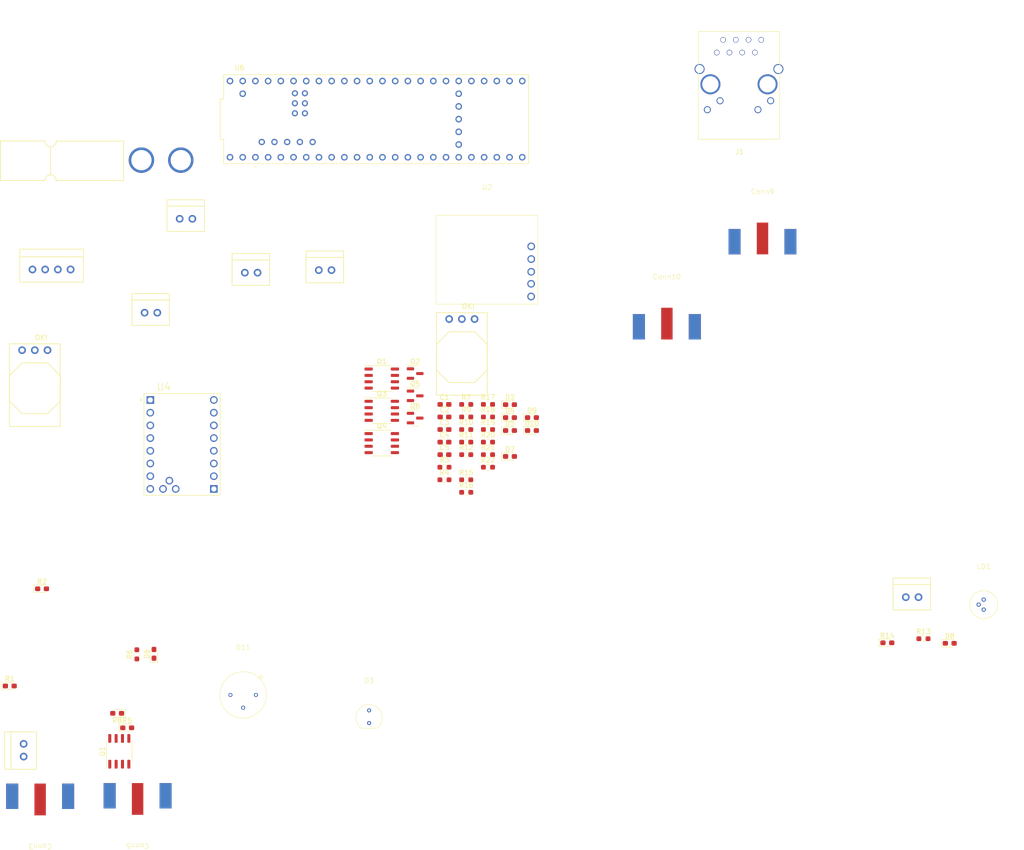
<source format=kicad_pcb>
(kicad_pcb (version 20221018) (generator pcbnew)
  (layers (0 "F.Cu" signal) (31 "B.Cu" signal) (34 "B.Paste" user) (35 "F.Paste" user) (36 "B.SilkS" user "B.Silkscreen") (37 "F.SilkS" user "F.Silkscreen") (38 "B.Mask" user) (39 "F.Mask" user) (44 "Edge.Cuts" user))
  (net 0 "")
  (net 1 "+12V")
  (net 2 "GND")
  (net 3 "+5V")
  (net 4 "Net-(C3-Pad1)")
  (net 5 "+3V3")
  (net 6 "Net-(Conn4-Pad1)")
  (net 7 "Net-(Conn4-Pad2)")
  (net 8 "Net-(Conn4-Pad3)")
  (net 9 "Net-(Conn4-Pad4)")
  (net 10 "Net-(Conn6-Pad1)")
  (net 11 "Net-(U6-A0)")
  (net 12 "Net-(Conn11-Pad1)")
  (net 13 "Net-(Conn12-Pad1)")
  (net 14 "Net-(D3-K)")
  (net 15 "Net-(D2-A)")
  (net 16 "Net-(D4-A)")
  (net 17 "Net-(D5-A)")
  (net 18 "Net-(D6-A)")
  (net 19 "Net-(D7-A)")
  (net 20 "Net-(D8-A)")
  (net 21 "Net-(D9-A)")
  (net 22 "Net-(D10-A)")
  (net 24 "ETH_LED")
  (net 26 "T+")
  (net 27 "T-")
  (net 29 "R+")
  (net 30 "R-")
  (net 31 "Net-(LD1-Pad2)")
  (net 33 "Net-(Q1-G)")
  (net 34 "LAMP_CTRL")
  (net 35 "Net-(Q2-D)")
  (net 36 "Net-(Q3-G)")
  (net 37 "Net-(Q4-G)")
  (net 38 "TIA_CTRL")
  (net 39 "Net-(Q5-D)")
  (net 40 "LD_CTRL")
  (net 41 "Net-(Q6-D)")
  (net 42 "Net-(R1-Pad2)")
  (net 43 "Net-(Conn3-Tip)")
  (net 44 "+7.5V")
  (net 45 "Net-(D11-K)")
  (net 46 "Net-(R5-Pad2)")
  (net 47 "Net-(Conn5-Tip)")
  (net 48 "MS1_CTRL")
  (net 49 "MS2_CTRL")
  (net 62 "BUCK_EN")
  (net 63 "DRIVER_EN")
  (net 64 "STEP")
  (net 65 "DIR")
  (net 68 "Net-(Conn9-Tip)")
  (net 69 "Net-(Conn10-Tip)")
  (footprint "Package_TO_SOT_SMD:SOT-23" (layer "F.Cu") (at 140.5708 96.1982)
    (fp_text reference "Q5" (at 0 -2.4) (layer "F.SilkS"))
    (fp_text value "BSS138")
    (pad "1" smd roundrect (at -0.9375 -0.95) (size 1.475 0.6) (layers "F.Cu" "F.Paste" "F.Mask") (net 38 "TIA_CTRL"))
    (pad "2" smd roundrect (at -0.9375 0.95) (size 1.475 0.6) (layers "F.Cu" "F.Paste" "F.Mask") (net 2 "GND"))
    (pad "3" smd roundrect (at 0.9375 0) (size 1.475 0.6) (layers "F.Cu" "F.Paste" "F.Mask") (net 39 "Net-(Q5-D)"))
  )
  (footprint "MRDT_Connectors:MOLEX_SL_02_Vertical" (layer "F.Cu") (at 93.497775 60.809475)
    (fp_text reference "Conn6" hide)
    (fp_text value "IR_Emitter")
    (pad "1" thru_hole circle (at 0 0) (size 1.524 1.524) (drill 0.9) (layers "*.Cu" "*.Mask") (net 10 "Net-(Conn6-Pad1)"))
    (pad "2" thru_hole circle (at 2.54 0) (size 1.524 1.524) (drill 0.9) (layers "*.Cu" "*.Mask") (net 2 "GND"))
  )
  (footprint "Resistor_SMD:R_0603_1608Metric_Pad0.98x0.95mm_HandSolder" (layer "F.Cu") (at 155.1308 107.9582)
    (fp_text reference "R21" (at 0 -1.43) (layer "F.SilkS"))
    (fp_text value "4.7k")
    (pad "1" smd roundrect (at -0.9125 0) (size 0.975 0.95) (layers "F.Cu" "F.Paste" "F.Mask") (net 38 "TIA_CTRL"))
    (pad "2" smd roundrect (at 0.9125 0) (size 0.975 0.95) (layers "F.Cu" "F.Paste" "F.Mask") (net 2 "GND"))
  )
  (footprint "Package_TO_SOT_SMD:SOT-23" (layer "F.Cu") (at 140.5708 100.6482)
    (fp_text reference "Q6" (at 0 -2.4) (layer "F.SilkS"))
    (fp_text value "BSS138")
    (pad "1" smd roundrect (at -0.9375 -0.95) (size 1.475 0.6) (layers "F.Cu" "F.Paste" "F.Mask") (net 40 "LD_CTRL"))
    (pad "2" smd roundrect (at -0.9375 0.95) (size 1.475 0.6) (layers "F.Cu" "F.Paste" "F.Mask") (net 2 "GND"))
    (pad "3" smd roundrect (at 0.9375 0) (size 1.475 0.6) (layers "F.Cu" "F.Paste" "F.Mask") (net 41 "Net-(Q6-D)"))
  )
  (footprint "Capacitor_SMD:C_0603_1608Metric_Pad1.08x0.95mm_HandSolder" (layer "F.Cu") (at 146.4308 102.9382)
    (fp_text reference "C3" (at 0 -1.43) (layer "F.SilkS"))
    (fp_text value "0.1uF")
    (pad "1" smd roundrect (at -0.8625 0) (size 1.075 0.95) (layers "F.Cu" "F.Paste" "F.Mask") (net 4 "Net-(C3-Pad1)"))
    (pad "2" smd roundrect (at 0.8625 0) (size 1.075 0.95) (layers "F.Cu" "F.Paste" "F.Mask") (net 2 "GND"))
  )
  (footprint "FTIR_Footprints:MODULE_TMC2208_SILENTSTEPSTICK" (layer "F.Cu") (at 93.48 105.918)
    (fp_text reference "U4" (at -3.155 -11.489) (layer "F.SilkS") (effects (font (size 1.4 1.4))))
    (fp_text value "TMC2208_Breakout")
    (pad "CLK" thru_hole circle (at -5.85 -3.81) (size 1.524 1.524) (drill 1.016) (layers "*.Cu" "*.Mask"))
    (pad "DIAG" thru_hole circle (at -2.04 7.239) (size 1.524 1.524) (drill 1.016) (layers "*.Cu" "*.Mask"))
    (pad "DIR" thru_hole rect (at -5.85 -8.89) (size 1.524 1.524) (drill 1.016) (layers "*.Cu" "*.Mask") (net 65 "DIR"))
    (pad "EN" thru_hole circle (at -5.85 8.89) (size 1.524 1.524) (drill 1.016) (layers "*.Cu" "*.Mask") (net 63 "DRIVER_EN"))
    (pad "GND" thru_hole circle (at 6.85 -8.89) (size 1.524 1.524) (drill 1.016) (layers "*.Cu" "*.Mask") (net 2 "GND"))
    (pad "GND" thru_hole circle (at 6.85 6.35) (size 1.524 1.524) (drill 1.016) (layers "*.Cu" "*.Mask") (net 2 "GND"))
    (pad "INDEX" thru_hole circle (at -0.77 8.89) (size 1.524 1.524) (drill 1.016) (layers "*.Cu" "*.Mask"))
    (pad "M1A" thru_hole circle (at 6.85 -1.27) (size 1.524 1.524) (drill 1.016) (layers "*.Cu" "*.Mask") (net 7 "Net-(Conn4-Pad2)"))
    (pad "M1B" thru_hole circle (at 6.85 -3.81) (size 1.524 1.524) (drill 1.016) (layers "*.Cu" "*.Mask") (net 6 "Net-(Conn4-Pad1)"))
    (pad "M2A" thru_hole circle (at 6.85 1.27) (size 1.524 1.524) (drill 1.016) (layers "*.Cu" "*.Mask") (net 8 "Net-(Conn4-Pad3)"))
    (pad "M2B" thru_hole circle (at 6.85 3.81) (size 1.524 1.524) (drill 1.016) (layers "*.Cu" "*.Mask") (net 9 "Net-(Conn4-Pad4)"))
    (pad "MS1" thru_hole circle (at -5.85 6.35) (size 1.524 1.524) (drill 1.016) (layers "*.Cu" "*.Mask") (net 48 "MS1_CTRL"))
    (pad "MS2" thru_hole circle (at -5.85 3.81) (size 1.524 1.524) (drill 1.016) (layers "*.Cu" "*.Mask") (net 49 "MS2_CTRL"))
    (pad "PDN" thru_hole circle (at -5.85 -1.27) (size 1.524 1.524) (drill 1.016) (layers "*.Cu" "*.Mask"))
    (pad "STEP" thru_hole circle (at -5.85 -6.35) (size 1.524 1.524) (drill 1.016) (layers "*.Cu" "*.Mask") (net 64 "STEP"))
    (pad "UART" thru_hole circle (at -5.85 1.27) (size 1.524 1.524) (drill 1.016) (layers "*.Cu" "*.Mask") (net 2 "GND"))
    (pad "VIO" thru_hole circle (at 6.85 -6.35) (size 1.524 1.524) (drill 1.016) (layers "*.Cu" "*.Mask") (net 5 "+3V3"))
    (pad "VM" thru_hole rect (at 6.85 8.89) (size 1.524 1.524) (drill 1.016) (layers "*.Cu" "*.Mask") (net 44 "+7.5V"))
    (pad "VREF" thru_hole circle (at -3.31 8.89) (size 1.524 1.524) (drill 1.016) (layers "*.Cu" "*.Mask"))
  )
  (footprint "MRDT_Connectors:RJ45_Teensy" (layer "F.Cu") (at 205.4336 46.921)
    (fp_text reference "J1" (at 0 0.5) (layer "F.SilkS"))
    (fp_text value "RJ45_LED_Shielded")
    (pad "1" thru_hole circle (at -4.57 -19.35) (size 1.1 1.1) (drill 0.9) (layers "*.Cu" "*.Mask") (net 26 "T+"))
    (pad "2" thru_hole circle (at -3.3 -21.89) (size 1.1 1.1) (drill 0.9) (layers "*.Cu" "*.Mask") (net 4 "Net-(C3-Pad1)"))
    (pad "3" thru_hole circle (at -2.03 -19.35) (size 1.1 1.1) (drill 0.9) (layers "*.Cu" "*.Mask") (net 27 "T-"))
    (pad "4" thru_hole circle (at -0.76 -21.89) (size 1.1 1.1) (drill 0.9) (layers "*.Cu" "*.Mask") (net 29 "R+"))
    (pad "5" thru_hole circle (at 0.51 -19.35) (size 1.1 1.1) (drill 0.9) (layers "*.Cu" "*.Mask") (net 4 "Net-(C3-Pad1)"))
    (pad "6" thru_hole circle (at 1.78 -21.89) (size 1.1 1.1) (drill 0.9) (layers "*.Cu" "*.Mask") (net 30 "R-"))
    (pad "7" thru_hole circle (at 3.05 -19.35) (size 1.1 1.1) (drill 0.9) (layers "*.Cu" "*.Mask"))
    (pad "8" thru_hole circle (at 4.32 -21.89) (size 1.1 1.1) (drill 0.9) (layers "*.Cu" "*.Mask") (net 2 "GND"))
    (pad "9" thru_hole circle (at -6.45 -7.92) (size 1.4 1.4) (drill 1.02) (layers "*.Cu" "*.Mask") (net 2 "GND"))
    (pad "10" thru_hole circle (at -3.91 -9.71) (size 1.4 1.4) (drill 1.02) (layers "*.Cu" "*.Mask") (net 24 "ETH_LED"))
    (pad "11" thru_hole circle (at 3.66 -7.92) (size 1.4 1.4) (drill 1.02) (layers "*.Cu" "*.Mask"))
    (pad "12" thru_hole circle (at 6.2 -9.71) (size 1.4 1.4) (drill 1.02) (layers "*.Cu" "*.Mask"))
    (pad "13" thru_hole circle (at -5.84 -13) (size 4 4) (drill 3.25) (layers "*.Cu" "*.Mask"))
    (pad "14" thru_hole circle (at 5.59 -13) (size 4 4) (drill 3.25) (layers "*.Cu" "*.Mask"))
    (pad "SH" thru_hole circle (at -8 -16.05) (size 2 2) (drill 1.6) (layers "*.Cu" "*.Mask") (net 2 "GND"))
    (pad "SH" thru_hole circle (at 7.75 -16.05) (size 2 2) (drill 1.6) (layers "*.Cu" "*.Mask") (net 2 "GND"))
  )
  (footprint "Resistor_SMD:R_0603_1608Metric_Pad0.98x0.95mm_HandSolder" (layer "F.Cu") (at 150.7808 100.4282)
    (fp_text reference "R9" (at 0 -1.43) (layer "F.SilkS"))
    (fp_text value "1k")
    (pad "1" smd roundrect (at -0.9125 0) (size 0.975 0.95) (layers "F.Cu" "F.Paste" "F.Mask") (net 10 "Net-(Conn6-Pad1)"))
    (pad "2" smd roundrect (at 0.9125 0) (size 0.975 0.95) (layers "F.Cu" "F.Paste" "F.Mask") (net 19 "Net-(D7-A)"))
  )
  (footprint "LED_SMD:LED_0603_1608Metric_Pad1.05x0.95mm_HandSolder" (layer "F.Cu") (at 247.4328 145.669)
    (fp_text reference "D8" (at 0 -1.43) (layer "F.SilkS"))
    (fp_text value "Green")
    (pad "1" smd roundrect (at -0.875 0) (size 1.05 0.95) (layers "F.Cu" "F.Paste" "F.Mask") (net 2 "GND"))
    (pad "2" smd roundrect (at 0.875 0) (size 1.05 0.95) (layers "F.Cu" "F.Paste" "F.Mask") (net 20 "Net-(D8-A)"))
  )
  (footprint "LED_SMD:LED_0603_1608Metric_Pad1.05x0.95mm_HandSolder" (layer "F.Cu") (at 81.0006 159.6644 180)
    (fp_text reference "R8" (at 0 -1.43) (layer "F.SilkS"))
    (fp_text value "~")
    (pad "1" smd roundrect (at -0.875 0 180) (size 1.05 0.95) (layers "F.Cu" "F.Paste" "F.Mask") (net 46 "Net-(R5-Pad2)"))
    (pad "2" smd roundrect (at 0.875 0 180) (size 1.05 0.95) (layers "F.Cu" "F.Paste" "F.Mask") (net 47 "Net-(Conn5-Tip)"))
  )
  (footprint "LED_SMD:LED_0603_1608Metric_Pad1.05x0.95mm_HandSolder" (layer "F.Cu") (at 159.5258 97.9582)
    (fp_text reference "D2" (at 0 -1.43) (layer "F.SilkS"))
    (fp_text value "Green")
    (pad "1" smd roundrect (at -0.875 0) (size 1.05 0.95) (layers "F.Cu" "F.Paste" "F.Mask") (net 2 "GND"))
    (pad "2" smd roundrect (at 0.875 0) (size 1.05 0.95) (layers "F.Cu" "F.Paste" "F.Mask") (net 15 "Net-(D2-A)"))
  )
  (footprint "LED_SMD:LED_0603_1608Metric_Pad1.05x0.95mm_HandSolder" (layer "F.Cu") (at 163.9208 103.1382)
    (fp_text reference "D10" (at 0 -1.43) (layer "F.SilkS"))
    (fp_text value "Green")
    (pad "1" smd roundrect (at -0.875 0) (size 1.05 0.95) (layers "F.Cu" "F.Paste" "F.Mask") (net 2 "GND"))
    (pad "2" smd roundrect (at 0.875 0) (size 1.05 0.95) (layers "F.Cu" "F.Paste" "F.Mask") (net 22 "Net-(D10-A)"))
  )
  (footprint "FTIR_Footprints:P16113-011MN" (layer "F.Cu") (at 106.189962 155.994363)
    (fp_text reference "D11" (at 0 -9.5 unlocked) (layer "F.SilkS") (effects (font (thickness 0.1))))
    (fp_text value "S5971")
    (pad "1" thru_hole circle (at 2.55 0) (size 0.8 0.8) (drill 0.46) (layers "*.Cu" "*.Mask") (net 45 "Net-(D11-K)"))
    (pad "2" thru_hole circle (at 0 2.55) (size 0.8 0.8) (drill 0.46) (layers "*.Cu" "*.Mask") (net 2 "GND"))
    (pad "3" thru_hole circle (at -2.55 0) (size 0.8 0.8) (drill 0.46) (layers "*.Cu" "*.Mask") (net 2 "GND"))
  )
  (footprint "LED_SMD:LED_0603_1608Metric_Pad1.05x0.95mm_HandSolder" (layer "F.Cu") (at 234.9614 145.5674)
    (fp_text reference "R14" (at 0 -1.43) (layer "F.SilkS"))
    (fp_text value "85")
    (pad "1" smd roundrect (at -0.875 0) (size 1.05 0.95) (layers "F.Cu" "F.Paste" "F.Mask") (net 3 "+5V"))
    (pad "2" smd roundrect (at 0.875 0) (size 1.05 0.95) (layers "F.Cu" "F.Paste" "F.Mask") (net 31 "Net-(LD1-Pad2)"))
  )
  (footprint "MRDT_Shields:Teensy_4_1" (layer "F.Cu") (at 132.7708 40.8882)
    (fp_text reference "U6" (at -27.305 -10.295) (layer "F.SilkS"))
    (fp_text value "Teensy4.1_DEV-16771")
    (pad "0" thru_hole circle (at -26.67 7.62) (size 1.308 1.308) (drill 0.8) (layers "*.Cu" "*.Mask") (net 34 "LAMP_CTRL"))
    (pad "1" thru_hole circle (at -24.13 7.62) (size 1.308 1.308) (drill 0.8) (layers "*.Cu" "*.Mask") (net 48 "MS1_CTRL"))
    (pad "2" thru_hole circle (at -21.59 7.62) (size 1.308 1.308) (drill 0.8) (layers "*.Cu" "*.Mask") (net 49 "MS2_CTRL"))
    (pad "3" thru_hole circle (at -19.05 7.62) (size 1.308 1.308) (drill 0.8) (layers "*.Cu" "*.Mask"))
    (pad "3.3V_1" thru_hole circle (at 6.35 7.62) (size 1.308 1.308) (drill 0.8) (layers "*.Cu" "*.Mask"))
    (pad "3.3V_2" thru_hole circle (at -24.13 -7.62) (size 1.308 1.308) (drill 0.8) (layers "*.Cu" "*.Mask"))
    (pad "3.3V_3" thru_hole circle (at 16.51 2.54) (size 1.308 1.308) (drill 0.8) (layers "*.Cu" "*.Mask"))
    (pad "4" thru_hole circle (at -16.51 7.62) (size 1.308 1.308) (drill 0.8) (layers "*.Cu" "*.Mask"))
    (pad "5" thru_hole circle (at -13.97 7.62) (size 1.308 1.308) (drill 0.8) (layers "*.Cu" "*.Mask"))
    (pad "5V" thru_hole circle (at -22.86 4.57) (size 1.258 1.258) (drill 0.75) (layers "*.Cu" "*.Mask"))
    (pad "6" thru_hole circle (at -11.43 7.62) (size 1.308 1.308) (drill 0.8) (layers "*.Cu" "*.Mask"))
    (pad "7" thru_hole circle (at -8.89 7.62) (size 1.308 1.308) (drill 0.8) (layers "*.Cu" "*.Mask") (net 38 "TIA_CTRL"))
    (pad "8" thru_hole circle (at -6.35 7.62) (size 1.308 1.308) (drill 0.8) (layers "*.Cu" "*.Mask") (net 40 "LD_CTRL"))
    (pad "9" thru_hole circle (at -3.81 7.62) (size 1.308 1.308) (drill 0.8) (layers "*.Cu" "*.Mask"))
    (pad "10" thru_hole circle (at -1.27 7.62) (size 1.308 1.308) (drill 0.8) (layers "*.Cu" "*.Mask"))
    (pad "11" thru_hole circle (at 1.27 7.62) (size 1.308 1.308) (drill 0.8) (layers "*.Cu" "*.Mask"))
    (pad "12" thru_hole circle (at 3.81 7.62) (size 1.308 1.308) (drill 0.8) (layers "*.Cu" "*.Mask"))
    (pad "13" thru_hole circle (at 3.81 -7.62) (size 1.308 1.308) (drill 0.8) (layers "*.Cu" "*.Mask"))
    (pad "14" thru_hole circle (at 1.27 -7.62) (size 1.308 1.308) (drill 0.8) (layers "*.Cu" "*.Mask") (net 11 "Net-(U6-A0)"))
    (pad "15" thru_hole circle (at -1.27 -7.62) (size 1.308 1.308) (drill 0.8) (layers "*.Cu" "*.Mask"))
    (pad "16" thru_hole circle (at -3.81 -7.62) (size 1.308 1.308) (drill 0.8) (layers "*.Cu" "*.Mask") (net 62 "BUCK_EN"))
    (pad "17" thru_hole circle (at -6.35 -7.62) (size 1.308 1.308) (drill 0.8) (layers "*.Cu" "*.Mask") (net 63 "DRIVER_EN"))
    (pad "18" thru_hole circle (at -8.89 -7.62) (size 1.308 1.308) (drill 0.8) (layers "*.Cu" "*.Mask") (net 64 "STEP"))
    (pad "19" thru_hole circle (at -11.43 -7.62) (size 1.308 1.308) (drill 0.8) (layers "*.Cu" "*.Mask") (net 65 "DIR"))
    (pad "20" thru_hole circle (at -13.97 -7.62) (size 1.308 1.308) (drill 0.8) (layers "*.Cu" "*.Mask"))
    (pad "21" thru_hole circle (at -16.51 -7.62) (size 1.308 1.308) (drill 0.8) (layers "*.Cu" "*.Mask"))
    (pad "22" thru_hole circle (at -19.05 -7.62) (size 1.308 1.308) (drill 0.8) (layers "*.Cu" "*.Mask") (net 68 "Net-(Conn9-Tip)"))
    (pad "23" thru_hole circle (at -21.59 -7.62) (size 1.308 1.308) (drill 0.8) (layers "*.Cu" "*.Mask") (net 69 "Net-(Conn10-Tip)"))
    (pad "24" thru_hole circle (at 8.89 7.62) (size 1.308 1.308) (drill 0.8) (layers "*.Cu" "*.Mask"))
    (pad "25" thru_hole circle (at 11.43 7.62) (size 1.308 1.308) (drill 0.8) (layers "*.Cu" "*.Mask"))
    (pad "26" thru_hole circle (at 13.97 7.62) (size 1.308 1.308) (drill 0.8) (layers "*.Cu" "*.Mask"))
    (pad "27" thru_hole circle (at 16.51 7.62) (size 1.308 1.308) (drill 0.8) (layers "*.Cu" "*.Mask"))
    (pad "28" thru_hole circle (at 19.05 7.62) (size 1.308 1.308) (drill 0.8) (layers "*.Cu" "*.Mask"))
    (pad "29" thru_hole circle (at 21.59 7.62) (size 1.308 1.308) (drill 0.8) (layers "*.Cu" "*.Mask"))
    (pad "30" thru_hole circle (at 24.13 7.62) (size 1.308 1.308) (drill 0.8) (layers "*.Cu" "*.Mask"))
    (pad "31" thru_hole circle (at 26.67 7.62) (size 1.308 1.308) (drill 0.8) (layers "*.Cu" "*.Mask"))
    (pad "32" thru_hole circle (at 29.21 7.62) (size 1.308 1.308) (drill 0.8) (layers "*.Cu" "*.Mask"))
    (pad "33" thru_hole circle (at 29.21 -7.62) (size 1.308 1.308) (drill 0.8) (layers "*.Cu" "*.Mask"))
    (pad "34" thru_hole circle (at 26.67 -7.62) (size 1.308 1.308) (drill 0.8) (layers "*.Cu" "*.Mask"))
    (pad "35" thru_hole circle (at 24.13 -7.62) (size 1.308 1.308) (drill 0.8) (layers "*.Cu" "*.Mask"))
    (pad "36" thru_hole circle (at 21.59 -7.62) (size 1.308 1.308) (drill 0.8) (layers "*.Cu" "*.Mask"))
    (pad "37" thru_hole circle (at 19.05 -7.62) (size 1.308 1.308) (drill 0.8) (layers "*.Cu" "*.Mask"))
    (pad "38" thru_hole circle (at 16.51 -7.62) (size 1.308 1.308) (drill 0.8) (layers "*.Cu" "*.Mask"))
    (pad "39" thru_hole circle (at 13.97 -7.62) (size 1.308 1.308) (drill 0.8) (layers "*.Cu" "*.Mask"))
    (pad "40" thru_hole circle (at 11.43 -7.62) (size 1.308 1.308) (drill 0.8) (layers "*.Cu" "*.Mask"))
    (pad "41" thru_hole circle (at 8.89 -7.62) (size 1.308 1.308) (drill 0.8) (layers "*.Cu" "*.Mask"))
    (pad "D+" thru_hole circle (at -17.78 4.57) (size 1.258 1.258) (drill 0.75) (layers "*.Cu" "*.Mask"))
    (pad "D-" thru_hole circle (at -20.32 4.57) (size 1.258 1.258) (drill 0.75) (layers "*.Cu" "*.Mask"))
    (pad "GND1" thru_hole circle (at -29.21 7.62) (size 1.308 1.308) (drill 0.8) (layers "*.Cu" "*.Mask") (net 2 "GND"))
    (pad "GND2" thru_hole circle (at 6.35 -7.62) (size 1.308 1.308) (drill 0.8) (layers "*.Cu" "*.Mask") (net 2 "GND"))
    (pad "GND3" thru_hole circle (at -26.67 -7.62) (size 1.308 1.308) (drill 0.8) (layers "*.Cu" "*.Mask") (net 2 "GND"))
    (pad "GND4" thru_hole circle (at 16.51 0) (size 1.308 1.308) (drill 0.8) (layers "*.Cu" "*.Mask") (net 2 "GND"))
    (pad "GND5" thru_hole circle (at -14.24 -3.17) (size 1.208 1.208) (drill 0.7) (layers "*.Cu" "*.Mask") (net 2 "GND"))
    (pad "LED" thru_hole circle (at -16.24 -3.17) (size 1.208 1.208) (drill 0.7) (layers "*.Cu" "*.Mask") (net 24 "ETH_LED"))
    (pad "ON/OFF" thru_hole circle (at 16.51 -5.08) (size 1.308 1.308) (drill 0.8) (layers "*.Cu" "*.Mask"))
    (pad "PROGRAM" thru_hole circle (at 16.51 -2.54) (size 1.308 1.308) (drill 0.8) (layers "*.Cu" "*.Mask"))
    (pad "R+" thru_hole circle (at -16.24 -5.17) (size 1.208 1.208) (drill 0.7) (layers "*.Cu" "*.Mask") (net 29 "R+"))
    (pad "R-" thru_hole circle (at -14.24 -5.17) (size 1.208 1.208) (drill 0.7) (layers "*.Cu" "*.Mask") (net 30 "R-"))
    (pad "T+" thru_hole circle (at -14.24 -1.17) (size 1.208 1.208) (drill 0.7) (layers "*.Cu" "*.Mask") (net 26 "T+"))
    (pad "T-" thru_hole circle (at -16.24 -1.17) (size 1.208 1.208) (drill 0.7) (layers "*.Cu" "*.Mask") (net 27 "T-"))
    (pad "USB_GND1" thru_hole circle (at -15.24 4.57) (size 1.258 1.258) (drill 0.75) (layers "*.Cu" "*.Mask") (net 2 "GND"))
    (pad "USB_GND2" thru_hole circle (at -12.7 4.57) (size 1.258 1.258) (drill 0.75) (layers "*.Cu" "*.Mask") (net 2 "GND"))
    (pad "VBAT" thru_hole circle (at 16.51 5.08) (size 1.308 1.308) (drill 0.8) (layers "*.Cu" "*.Mask"))
    (pad "VIN" thru_hole circle (at -29.21 -7.62) (size 1.308 1.308) (drill 0.8) (layers "*.Cu" "*.Mask") (net 3 "+5V"))
    (pad "VUSB" thru_hole circle (at -26.67 -5.08) (size 1.308 1.308) (drill 0.8) (layers "*.Cu" "*.Mask"))
  )
  (footprint "LED_SMD:LED_0603_1608Metric_Pad1.05x0.95mm_HandSolder" (layer "F.Cu") (at 159.5258 108.3182)
    (fp_text reference "D7" (at 0 -1.43) (layer "F.SilkS"))
    (fp_text value "Green")
    (pad "1" smd roundrect (at -0.875 0) (size 1.05 0.95) (layers "F.Cu" "F.Paste" "F.Mask") (net 2 "GND"))
    (pad "2" smd roundrect (at 0.875 0) (size 1.05 0.95) (layers "F.Cu" "F.Paste" "F.Mask") (net 19 "Net-(D7-A)"))
  )
  (footprint "MRDT_Devices:OKI_Horizontal" (layer "F.Cu") (at 147.3708 80.8482)
    (fp_text reference "U3" hide)
    (fp_text value "OKI" (at 3.81 -2.54) (layer "F.SilkS"))
    (pad "1" thru_hole circle (at 0 0) (size 1.524 1.524) (drill 0.889) (layers "*.Cu" "*.Mask") (net 1 "+12V"))
    (pad "2" thru_hole circle (at 2.54 0) (size 1.524 1.524) (drill 0.889) (layers "*.Cu" "*.Mask") (net 2 "GND"))
    (pad "3" thru_hole circle (at 5.08 0) (size 1.524 1.524) (drill 0.889) (layers "*.Cu" "*.Mask") (net 3 "+5V"))
  )
  (footprint "Resistor_SMD:R_0603_1608Metric_Pad0.98x0.95mm_HandSolder" (layer "F.Cu") (at 150.7808 115.4882)
    (fp_text reference "R16" (at 0 -1.43) (layer "F.SilkS"))
    (fp_text value "10k")
    (pad "1" smd roundrect (at -0.9125 0) (size 0.975 0.95) (layers "F.Cu" "F.Paste" "F.Mask") (net 3 "+5V"))
    (pad "2" smd roundrect (at 0.9125 0) (size 0.975 0.95) (layers "F.Cu" "F.Paste" "F.Mask") (net 37 "Net-(Q4-G)"))
  )
  (footprint "Resistor_SMD:R_0603_1608Metric_Pad0.98x0.95mm_HandSolder" (layer "F.Cu") (at 150.7808 102.9382)
    (fp_text reference "R10" (at 0 -1.43) (layer "F.SilkS"))
    (fp_text value "10k")
    (pad "1" smd roundrect (at -0.9125 0) (size 0.975 0.95) (layers "F.Cu" "F.Paste" "F.Mask") (net 1 "+12V"))
    (pad "2" smd roundrect (at 0.9125 0) (size 0.975 0.95) (layers "F.Cu" "F.Paste" "F.Mask") (net 33 "Net-(Q1-G)"))
  )
  (footprint "MRDT_Connectors:MOLEX_SL_02_Vertical" (layer "F.Cu") (at 86.487375 79.580075)
    (fp_text reference "Conn11" hide)
    (fp_text value "TIAs")
    (pad "1" thru_hole circle (at 0 0) (size 1.524 1.524) (drill 0.9) (layers "*.Cu" "*.Mask") (net 12 "Net-(Conn11-Pad1)"))
    (pad "2" thru_hole circle (at 2.54 0) (size 1.524 1.524) (drill 0.9) (layers "*.Cu" "*.Mask") (net 2 "GND"))
  )
  (footprint "MRDT_Connectors:Anderson_2_Horizontal_Stacked" (layer "F.Cu") (at 85.851775 49.087375)
    (fp_text reference "Conn1" hide)
    (fp_text value "AndersonPP")
    (pad "1" thru_hole circle (at 7.874 0) (size 5.08 5.08) (drill 4.06) (layers "*.Cu" "*.Mask" "F.Paste") (net 2 "GND"))
    (pad "4" thru_hole circle (at 0 0) (size 5.08 5.08) (drill 4.06) (layers "*.Cu" "*.Mask" "F.Paste"))
  )
  (footprint "FTIR_Footprints:RLD63NPC5" (layer "F.Cu") (at 254.226 137.938)
    (fp_text reference "LD1" (at 0 -7.6 unlocked) (layer "F.SilkS") (effects (font (thickness 0.1))))
    (fp_text value "D_Laser_Photo_NType")
    (pad "1" thru_hole circle (at 0 -1) (size 0.85 0.85) (drill 0.46) (layers "*.Cu" "*.Mask") (net 2 "GND"))
    (pad "2" thru_hole circle (at 0 1) (size 0.85 0.85) (drill 0.46) (layers "*.Cu" "*.Mask") (net 31 "Net-(LD1-Pad2)"))
    (pad "3" thru_hole circle (at -1 0) (size 0.85 0.85) (drill 0.46) (layers "*.Cu" "*.Mask"))
  )
  (footprint "Package_SO:SO-8_3.9x4.9mm_P1.27mm" (layer "F.Cu") (at 81.4324 167.259 90)
    (fp_text reference "U1" (at 0 -3.4 90) (layer "F.SilkS"))
    (fp_text value "Opamp_Dual")
    (pad "1" smd roundrect (at -2.575 -1.905 90) (size 1.75 0.6) (layers "F.Cu" "F.Paste" "F.Mask") (net 43 "Net-(Conn3-Tip)"))
    (pad "2" smd roundrect (at -2.575 -0.635 90) (size 1.75 0.6) (layers "F.Cu" "F.Paste" "F.Mask") (net 45 "Net-(D11-K)"))
    (pad "3" smd roundrect (at -2.575 0.635 90) (size 1.75 0.6) (layers "F.Cu" "F.Paste" "F.Mask") (net 2 "GND"))
    (pad "4" smd roundrect (at -2.575 1.905 90) (size 1.75 0.6) (layers "F.Cu" "F.Paste" "F.Mask") (net 2 "GND"))
    (pad "5" smd roundrect (at 2.575 1.905 90) (size 1.75 0.6) (layers "F.Cu" "F.Paste" "F.Mask") (net 2 "GND"))
    (pad "6" smd roundrect (at 2.575 0.635 90) (size 1.75 0.6) (layers "F.Cu" "F.Paste" "F.Mask") (net 14 "Net-(D3-K)"))
    (pad "7" smd roundrect (at 2.575 -0.635 90) (size 1.75 0.6) (layers "F.Cu" "F.Paste" "F.Mask") (net 47 "Net-(Conn5-Tip)"))
    (pad "8" smd roundrect (at 2.575 -1.905 90) (size 1.75 0.6) (layers "F.Cu" "F.Paste" "F.Mask") (net 5 "+3V3"))
  )
  (footprint "Resistor_SMD:R_0603_1608Metric_Pad0.98x0.95mm_HandSolder" (layer "F.Cu") (at 150.7808 105.4482)
    (fp_text reference "R11" (at 0 -1.43) (layer "F.SilkS"))
    (fp_text value "10k")
    (pad "1" smd roundrect (at -0.9125 0) (size 0.975 0.95) (layers "F.Cu" "F.Paste" "F.Mask") (net 33 "Net-(Q1-G)"))
    (pad "2" smd roundrect (at 0.9125 0) (size 0.975 0.95) (layers "F.Cu" "F.Paste" "F.Mask") (net 35 "Net-(Q2-D)"))
  )
  (footprint "Package_TO_SOT_SMD:SOT-23" (layer "F.Cu") (at 140.5708 91.7482)
    (fp_text reference "Q2" (at 0 -2.4) (layer "F.SilkS"))
    (fp_text value "BSS138")
    (pad "1" smd roundrect (at -0.9375 -0.95) (size 1.475 0.6) (layers "F.Cu" "F.Paste" "F.Mask") (net 34 "LAMP_CTRL"))
    (pad "2" smd roundrect (at -0.9375 0.95) (size 1.475 0.6) (layers "F.Cu" "F.Paste" "F.Mask") (net 2 "GND"))
    (pad "3" smd roundrect (at 0.9375 0) (size 1.475 0.6) (layers "F.Cu" "F.Paste" "F.Mask") (net 35 "Net-(Q2-D)"))
  )
  (footprint "Package_SO:SOP-8_3.9x4.9mm_P1.27mm" (layer "F.Cu") (at 133.9008 92.7482)
    (fp_text reference "Q1" (at 0 -3.4) (layer "F.SilkS"))
    (fp_text value "IRF7606PBF")
    (pad "1" smd roundrect (at -2.625 -1.905) (size 1.65 0.6) (layers "F.Cu" "F.Paste" "F.Mask") (net 1 "+12V"))
    (pad "2" smd roundrect (at -2.625 -0.635) (size 1.65 0.6) (layers "F.Cu" "F.Paste" "F.Mask") (net 1 "+12V"))
    (pad "3" smd roundrect (at -2.625 0.635) (size 1.65 0.6) (layers "F.Cu" "F.Paste" "F.Mask") (net 1 "+12V"))
    (pad "4" smd roundrect (at -2.625 1.905) (size 1.65 0.6) (layers "F.Cu" "F.Paste" "F.Mask") (net 33 "Net-(Q1-G)"))
    (pad "5" smd roundrect (at 2.625 1.905) (size 1.65 0.6) (layers "F.Cu" "F.Paste" "F.Mask") (net 10 "Net-(Conn6-Pad1)"))
    (pad "6" smd roundrect (at 2.625 0.635) (size 1.65 0.6) (layers "F.Cu" "F.Paste" "F.Mask") (net 10 "Net-(Conn6-Pad1)"))
    (pad "7" smd roundrect (at 2.625 -0.635) (size 1.65 0.6) (layers "F.Cu" "F.Paste" "F.Mask") (net 10 "Net-(Conn6-Pad1)"))
    (pad "8" smd roundrect (at 2.625 -1.905) (size 1.65 0.6) (layers "F.Cu" "F.Paste" "F.Mask") (net 10 "Net-(Conn6-Pad1)"))
  )
  (footprint "FTIR_Footprints:142-0701-801" (layer "F.Cu") (at 65.6082 176.2506 180)
    (fp_text reference "Conn3" (at 0 -10 180 unlocked) (layer "F.SilkS") (effects (font (thickness 0.1))))
    (fp_text value "PD_1")
    (pad "SLV" smd rect (at -5.588 0 270) (size 5.08 2.413) (layers "F.Cu" "F.Paste" "F.Mask"))
    (pad "SLV" smd rect (at -5.588 0 270) (size 5.08 2.413) (layers "B.Cu" "F.Paste" "F.Mask"))
    (pad "SLV" smd rect (at 5.588 0 270) (size 5.08 2.413) (layers "F.Cu" "F.Paste" "F.Mask"))
    (pad "SLV" smd rect (at 5.588 0 270) (size 5.08 2.413) (layers "B.Cu" "F.Paste" "F.Mask"))
    (pad "TIP" smd rect (at 0 -0.635 270) (size 6.35 2.286) (layers "F.Cu" "F.Paste" "F.Mask"))
  )
  (footprint "LED_SMD:LED_0603_1608Metric_Pad1.05x0.95mm_HandSolder" (layer "F.Cu") (at 159.5258 103.1382)
    (fp_text reference "D5" (at 0 -1.43) (layer "F.SilkS"))
    (fp_text value "Green")
    (pad "1" smd roundrect (at -0.875 0) (size 1.05 0.95) (layers "F.Cu" "F.Paste" "F.Mask") (net 2 "GND"))
    (pad "2" smd roundrect (at 0.875 0) (size 1.05 0.95) (layers "F.Cu" "F.Paste" "F.Mask") (net 17 "Net-(D5-A)"))
  )
  (footprint "Resistor_SMD:R_0603_1608Metric_Pad0.98x0.95mm_HandSolder" (layer "F.Cu") (at 146.4308 112.9782)
    (fp_text reference "R4" (at 0 -1.43) (layer "F.SilkS"))
    (fp_text value "300")
    (pad "1" smd roundrect (at -0.9125 0) (size 0.975 0.95) (layers "F.Cu" "F.Paste" "F.Mask") (net 16 "Net-(D4-A)"))
    (pad "2" smd roundrect (at 0.9125 0) (size 0.975 0.95) (layers "F.Cu" "F.Paste" "F.Mask") (net 3 "+5V"))
  )
  (footprint "LED_SMD:LED_0603_1608Metric_Pad1.05x0.95mm_HandSolder" (layer "F.Cu") (at 163.9208 100.5482)
    (fp_text reference "D9" (at 0 -1.43) (layer "F.SilkS"))
    (fp_text value "Green")
    (pad "1" smd roundrect (at -0.875 0) (size 1.05 0.95) (layers "F.Cu" "F.Paste" "F.Mask") (net 2 "GND"))
    (pad "2" smd roundrect (at 0.875 0) (size 1.05 0.95) (layers "F.Cu" "F.Paste" "F.Mask") (net 21 "Net-(D9-A)"))
  )
  (footprint "LED_SMD:LED_0603_1608Metric_Pad1.05x0.95mm_HandSolder" (layer "F.Cu") (at 59.5376 154.2034)
    (fp_text reference "R1" (at 0 -1.43) (layer "F.SilkS"))
    (fp_text value "~")
    (pad "1" smd roundrect (at -0.875 0) (size 1.05 0.95) (layers "F.Cu" "F.Paste" "F.Mask") (net 45 "Net-(D11-K)"))
    (pad "2" smd roundrect (at 0.875 0) (size 1.05 0.95) (layers "F.Cu" "F.Paste" "F.Mask") (net 42 "Net-(R1-Pad2)"))
  )
  (footprint "Capacitor_SMD:C_0603_1608Metric_Pad1.08x0.95mm_HandSolder" (layer "F.Cu") (at 146.4308 107.9582)
    (fp_text reference "C5" (at 0 -1.43) (layer "F.SilkS"))
    (fp_text value "10uF")
    (pad "1" smd roundrect (at -0.8625 0) (size 1.075 0.95) (layers "F.Cu" "F.Paste" "F.Mask") (net 5 "+3V3"))
    (pad "2" smd roundrect (at 0.8625 0) (size 1.075 0.95) (layers "F.Cu" "F.Paste" "F.Mask") (net 2 "GND"))
  )
  (footprint "Capacitor_SMD:C_0603_1608Metric_Pad1.08x0.95mm_HandSolder" (layer "F.Cu") (at 146.4308 105.4482)
    (fp_text reference "C4" (at 0 -1.43) (layer "F.SilkS"))
    (fp_text value "10uF")
    (pad "1" smd roundrect (at -0.8625 0) (size 1.075 0.95) (layers "F.Cu" "F.Paste" "F.Mask") (net 1 "+12V"))
    (pad "2" smd roundrect (at 0.8625 0) (size 1.075 0.95) (layers "F.Cu" "F.Paste" "F.Mask") (net 2 "GND"))
  )
  (footprint "MRDT_Connectors:MOLEX_SL_02_Vertical" (layer "F.Cu") (at 238.6558 136.4488)
    (fp_text reference "Conn7" hide)
    (fp_text value "LD")
    (pad "1" thru_hole circle (at 0 0) (size 1.524 1.524) (drill 0.9) (layers "*.Cu" "*.Mask") (net 3 "+5V"))
    (pad "2" thru_hole circle (at 2.54 0) (size 1.524 1.524) (drill 0.9) (layers "*.Cu" "*.Mask") (net 2 "GND"))
  )
  (footprint "MRDT_Devices:OKI_Horizontal" (layer "F.Cu") (at 62.0014 87.0712)
    (fp_text reference "U7" hide)
    (fp_text value "OKI" (at 3.81 -2.54) (layer "F.SilkS"))
    (pad "1" thru_hole circle (at 0 0) (size 1.524 1.524) (drill 0.889) (layers "*.Cu" "*.Mask") (net 1 "+12V"))
    (pad "2" thru_hole circle (at 2.54 0) (size 1.524 1.524) (drill 0.889) (layers "*.Cu" "*.Mask") (net 2 "GND"))
    (pad "3" thru_hole circle (at 5.08 0) (size 1.524 1.524) (drill 0.889) (layers "*.Cu" "*.Mask") (net 5 "+3V3"))
  )
  (footprint "FTIR_Footprints:142-0701-801" (layer "F.Cu") (at 190.894075 82.399475)
    (fp_text reference "Conn10" (at 0 -10 unlocked) (layer "F.SilkS") (effects (font (thickness 0.1))))
    (fp_text value "PD_1")
    (pad "SLV" smd rect (at -5.588 0 90) (size 5.08 2.413) (layers "F.Cu" "F.Paste" "F.Mask"))
    (pad "SLV" smd rect (at -5.588 0 90) (size 5.08 2.413) (layers "B.Cu" "F.Paste" "F.Mask"))
    (pad "SLV" smd rect (at 5.588 0 90) (size 5.08 2.413) (layers "F.Cu" "F.Paste" "F.Mask"))
    (pad "SLV" smd rect (at 5.588 0 90) (size 5.08 2.413) (layers "B.Cu" "F.Paste" "F.Mask"))
    (pad "TIP" smd rect (at 0 -0.635 90) (size 6.35 2.286) (layers "F.Cu" "F.Paste" "F.Mask"))
  )
  (footprint "FTIR_Footprints:142-0701-801" (layer "F.Cu") (at 85.09 176.149 180)
    (fp_text reference "Conn5" (at 0 -10 180 unlocked) (layer "F.SilkS") (effects (font (thickness 0.1))))
    (fp_text value "PD_2")
    (pad "SLV" smd rect (at -5.588 0 270) (size 5.08 2.413) (layers "F.Cu" "F.Paste" "F.Mask"))
    (pad "SLV" smd rect (at -5.588 0 270) (size 5.08 2.413) (layers "B.Cu" "F.Paste" "F.Mask"))
    (pad "SLV" smd rect (at 5.588 0 270) (size 5.08 2.413) (layers "F.Cu" "F.Paste" "F.Mask"))
    (pad "SLV" smd rect (at 5.588 0 270) (size 5.08 2.413) (layers "B.Cu" "F.Paste" "F.Mask"))
    (pad "TIP" smd rect (at 0 -0.635 270) (size 6.35 2.286) (layers "F.Cu" "F.Paste" "F.Mask"))
  )
  (footprint "FTIR_Footprints:VTP9812FH" (layer "F.Cu") (at 131.3688 160.3502)
    (fp_text reference "D3" (at 0 -7.2 unlocked) (layer "F.SilkS") (effects (font (thickness 0.1))))
    (fp_text value "D_Photo")
    (pad "AN" thru_hole circle (at 0 -1.27) (size 0.8 0.8) (drill 0.39) (layers "*.Cu" "*.Mask"))
    (pad "CAT" thru_hole circle (at 0 1.27) (size 0.8 0.8) (drill 0.39) (layers "*.Cu" "*.Mask"))
  )
  (footprint "MRDT_Connectors:MOLEX_SL_02_Vertical" (layer "F.Cu") (at 106.527975 71.579075)
    (fp_text reference "Conn8" hide)
    (fp_text value "LMT_SW")
    (pad "1" thru_hole circle (at 0 0) (size 1.524 1.524) (drill 0.9) (layers "*.Cu" "*.Mask") (net 5 "+3V3"))
    (pad "2" thru_hole circle (at 2.54 0) (size 1.524 1.524) (drill 0.9) (layers "*.Cu" "*.Mask") (net 11 "Net-(U6-A0)"))
  )
  (footprint "MRDT_Connectors:MOLEX_SL_04_Vertical" (layer "F.Cu") (at 64.071875 70.944075)
    (fp_text reference "Conn4" hide)
    (fp_text value "MTR_Conn")
    (pad "1" thru_hole circle (at 0 0) (size 1.524 1.524) (drill 0.9) (layers "*.Cu" "*.Mask") (net 6 "Net-(Conn4-Pad1)"))
    (pad "2" thru_hole circle (at 2.54 0) (size 1.524 1.524) (drill 0.9) (layers "*.Cu" "*.Mask") (net 7 "Net-(Conn4-Pad2)"))
    (pad "3" thru_hole circle (at 5.08 0) (size 1.524 1.524) (drill 0.9) (layers "*.Cu" "*.Mask") (net 8 "Net-(Conn4-Pad3)"))
    (pad "4" thru_hole circle (at 7.62 0) (size 1.524 1.524) (drill 0.9) (layers "*.Cu" "*.Mask") (net 9 "Net-(Conn4-Pad4)"))
    (pad "4" thru_hole circle (at 7.62 0) (size 1.524 1.524) (drill 0.9) (layers "*.Cu" "*.Mask") (net 9 "Net-(Conn4-Pad4)"))
  )
  (footprint "Resistor_SMD:R_0603_1608Metric_Pad0.98x0.95mm_HandSolder" (layer "F.Cu") (at 146.4308 110.4682)
    (fp_text reference "R3" (at 0 -1.43) (layer "F.SilkS"))
    (fp_text value "510")
    (pad "1" smd roundrect (at -0.9125 0) (size 0.975 0.95) (layers "F.Cu" "F.Paste" "F.Mask") (net 44 "+7.5V"))
    (pad "2" smd roundrect (at 0.9125 0) (size 0.975 0.95) (layers "F.Cu" "F.Paste" "F.Mask") (net 15 "Net-(D2-A)"))
  )
  (footprint "Resistor_SMD:R_0603_1608Metric_Pad0.98x0.95mm_HandSolder" (layer "F.Cu") (at 155.1308 100.4282)
    (fp_text reference "R18" (at 0 -1.43) (layer "F.SilkS"))
    (fp_text value "10k")
    (pad "1" smd roundrect (at -0.9125 0) (size 0.975 0.95) (layers "F.Cu" "F.Paste" "F.Mask") (net 37 "Net-(Q4-G)"))
    (pad "2" smd roundrect (at 0.9125 0) (size 0.975 0.95) (layers "F.Cu" "F.Paste" "F.Mask") (net 41 "Net-(Q6-D)"))
  )
  (footprint "LED_SMD:LED_0603_1608Metric_Pad1.05x0.95mm_HandSolder" (layer "F.Cu") (at 65.9866 134.7724)
    (fp_text reference "R2" (at 0 -1.43) (layer "F.SilkS"))
    (fp_text value "~")
    (pad "1" smd roundrect (at -0.875 0) (size 1.05 0.95) (layers "F.Cu" "F.Paste" "F.Mask") (net 42 "Net-(R1-Pad2)"))
    (pad "2" smd roundrect (at 0.875 0) (size 1.05 0.95) (layers "F.Cu" "F.Paste" "F.Mask") (net 43 "Net-(Conn3-Tip)"))
  )
  (footprint "Package_SO:SOP-8_3.9x4.9mm_P1.27mm" (layer "F.Cu") (at 133.9008 105.6482)
    (fp_text reference "Q4" (at 0 -3.4) (layer "F.SilkS"))
    (fp_text value "IRF7606PBF")
    (pad "1" smd roundrect (at -2.625 -1.905) (size 1.65 0.6) (layers "F.Cu" "F.Paste" "F.Mask") (net 3 "+5V"))
    (pad "2" smd roundrect (at -2.625 -0.635) (size 1.65 0.6) (layers "F.Cu" "F.Paste" "F.Mask") (net 3 "+5V"))
    (pad "3" smd roundrect (at -2.625 0.635) (size 1.65 0.6) (layers "F.Cu" "F.Paste" "F.Mask") (net 3 "+5V"))
    (pad "4" smd roundrect (at -2.625 1.905) (size 1.65 0.6) (layers "F.Cu" "F.Paste" "F.Mask") (net 37 "Net-(Q4-G)"))
    (pad "5" smd roundrect (at 2.625 1.905) (size 1.65 0.6) (layers "F.Cu" "F.Paste" "F.Mask") (net 13 "Net-(Conn12-Pad1)"))
    (pad "6" smd roundrect (at 2.625 0.635) (size 1.65 0.6) (layers "F.Cu" "F.Paste" "F.Mask") (net 13 "Net-(Conn12-Pad1)"))
    (pad "7" smd roundrect (at 2.625 -0.635) (size 1.65 0.6) (layers "F.Cu" "F.Paste" "F.Mask") (net 13 "Net-(Conn12-Pad1)"))
    (pad "8" smd roundrect (at 2.625 -1.905) (size 1.65 0.6) (layers "F.Cu" "F.Paste" "F.Mask") (net 13 "Net-(Conn12-Pad1)"))
  )
  (footprint "Capacitor_SMD:C_0603_1608Metric_Pad1.08x0.95mm_HandSolder" (layer "F.Cu") (at 146.4308 100.4282)
    (fp_text reference "C2" (at 0 -1.43) (layer "F.SilkS"))
    (fp_text value "10uF")
    (pad "1" smd roundrect (at -0.8625 0) (size 1.075 0.95) (layers "F.Cu" "F.Paste" "F.Mask") (net 3 "+5V"))
    (pad "2" smd roundrect (at 0.8625 0) (size 1.075 0.95) (layers "F.Cu" "F.Paste" "F.Mask") (net 2 "GND"))
  )
  (footprint "Resistor_SMD:R_0603_1608Metric_Pad0.98x0.95mm_HandSolder" (layer "F.Cu") (at 155.1308 97.9182)
    (fp_text reference "R17" (at 0 -1.43) (layer "F.SilkS"))
    (fp_text value "3.3k")
    (pad "1" smd roundrect (at -0.9125 0) (size 0.975 0.95) (layers "F.Cu" "F.Paste" "F.Mask") (net 36 "Net-(Q3-G)"))
    (pad "2" smd roundrect (at 0.9125 0) (size 0.975 0.95) (layers "F.Cu" "F.Paste" "F.Mask") (net 39 "Net-(Q5-D)"))
  )
  (footprint "LED_SMD:LED_0603_1608Metric_Pad1.05x0.95mm_HandSolder" (layer "F.Cu") (at 83.0072 162.56)
    (fp_text reference "R5" (at 0 -1.43) (layer "F.SilkS"))
    (fp_text value "~")
    (pad "1" smd roundrect (at -0.875 0) (size 1.05 0.95) (layers "F.Cu" "F.Paste" "F.Mask") (net 14 "Net-(D3-K)"))
    (pad "2" smd roundrect (at 0.875 0) (size 1.05 0.95) (layers "F.Cu" "F.Paste" "F.Mask") (net 46 "Net-(R5-Pad2)"))
  )
  (footprint "Resistor_SMD:R_0603_1608Metric_Pad0.98x0.95mm_HandSolder" (layer "F.Cu") (at 155.1308 102.9382)
    (fp_text reference "R19" (at 0 -1.43) (layer "F.SilkS"))
    (fp_text value "100")
    (pad "1" smd roundrect (at -0.9125 0) (size 0.975 0.95) (layers "F.Cu" "F.Paste" "F.Mask") (net 12 "Net-(Conn11-Pad1)"))
    (pad "2" smd roundrect (at 0.9125 0) (size 0.975 0.95) (layers "F.Cu" "F.Paste" "F.Mask") (net 21 "Net-(D9-A)"))
  )
  (footprint "MRDT_Connectors:MOLEX_SL_02_Vertical" (layer "F.Cu") (at 121.310775 71.071075)
    (fp_text reference "Conn12" hide)
    (fp_text value "LD")
    (pad "1" thru_hole circle (at 0 0) (size 1.524 1.524) (drill 0.9) (layers "*.Cu" "*.Mask") (net 13 "Net-(Conn12-Pad1)"))
    (pad "2" thru_hole circle (at 2.54 0) (size 1.524 1.524) (drill 0.9) (layers "*.Cu" "*.Mask") (net 2 "GND"))
  )
  (footprint "Resistor_SMD:R_0603_1608Metric_Pad0.98x0.95mm_HandSolder" (layer "F.Cu") (at 150.7808 97.9182)
    (fp_text reference "R7" (at 0 -1.43) (layer "F.SilkS"))
    (fp_text value "1k")
    (pad "1" smd roundrect (at -0.9125 0) (size 0.975 0.95) (layers "F.Cu" "F.Paste" "F.Mask") (net 1 "+12V"))
    (pad "2" smd roundrect (at 0.9125 0) (size 0.975 0.95) (layers "F.Cu" "F.Paste" "F.Mask") (net 17 "Net-(D5-A)"))
  )
  (footprint "LED_SMD:LED_0603_1608Metric_Pad1.05x0.95mm_HandSolder" (layer "F.Cu") (at 88.3666 147.7772 90)
    (fp_text reference "D6" (at 0 -1.43 90) (layer "F.SilkS"))
    (fp_text value "Green")
    (pad "1" smd roundrect (at -0.875 0 90) (size 1.05 0.95) (layers "F.Cu" "F.Paste" "F.Mask") (net 2 "GND"))
    (pad "2" smd roundrect (at 0.875 0 90) (size 1.05 0.95) (layers "F.Cu" "F.Paste" "F.Mask") (net 18 "Net-(D6-A)"))
  )
  (footprint "Package_SO:SOP-8_3.9x4.9mm_P1.27mm" (layer "F.Cu") (at 133.9008 99.1982)
    (fp_text reference "Q3" (at 0 -3.4) (layer "F.SilkS"))
    (fp_text value "IRF7606PBF")
    (pad "1" smd roundrect (at -2.625 -1.905) (size 1.65 0.6) (layers "F.Cu" "F.Paste" "F.Mask") (net 5 "+3V3"))
    (pad "2" smd roundrect (at -2.625 -0.635) (size 1.65 0.6) (layers "F.Cu" "F.Paste" "F.Mask") (net 5 "+3V3"))
    (pad "3" smd roundrect (at -2.625 0.635) (size 1.65 0.6) (layers "F.Cu" "F.Paste" "F.Mask") (net 5 "+3V3"))
    (pad "4" smd roundrect (at -2.625 1.905) (size 1.65 0.6) (layers "F.Cu" "F.Paste" "F.Mask") (net 36 "Net-(Q3-G)"))
    (pad "5" smd roundrect (at 2.625 1.905) (size 1.65 0.6) (layers "F.Cu" "F.Paste" "F.Mask") (net 12 "Net-(Conn11-Pad1)"))
    (pad "6" smd roundrect (at 2.625 0.635) (size 1.65 0.6) (layers "F.Cu" "F.Paste" "F.Mask") (net 12 "Net-(Conn11-Pad1)"))
    (pad "7" smd roundrect (at 2.625 -0.635) (size 1.65 0.6) (layers "F.Cu" "F.Paste" "F.Mask") (net 12 "Net-(Conn11-Pad1)"))
    (pad "8" smd roundrect (at 2.625 -1.905) (size 1.65 0.6) (layers "F.Cu" "F.Paste" "F.Mask") (net 12 "Net-(Conn11-Pad1)"))
  )
  (footprint "FTIR_Footprints:D36V28F7_Buck" (layer "F.Cu") (at 155.0058 65.5932)
    (fp_text reference "U2" (at -0.05 -11.08 unlocked) (layer "F.SilkS") (effects (font (thickness 0.1))))
    (fp_text value "D36V28F7")
    (pad "EN" thru_hole circle (at 8.77 0.73 270) (size 1.528 1.528) (drill 1.02) (layers "*.Cu" "*.Mask"))
    (pad "GND" thru_hole circle (at 8.75 8.21 270) (size 1.528 1.528) (drill 1.02) (layers "*.Cu" "*.Mask"))
    (pad "GND" thru_hole circle (at 8.77 5.81 270) (size 1.528 1.528) (drill 1.02) (layers "*.Cu" "*.Mask"))
    (pad "VIN" thru_hole circle (at 8.77 3.27 270) (size 1.528 1.528) (drill 1.02) (layers "*.Cu" "*.Mask"))
    (pad "VOUT" thru_hole circle (at 8.75 10.75 270) (size 1.528 1.528) (drill 1.02) (layers "*.Cu" "*.Mask"))
  )
  (footprint "Resistor_SMD:R_0603_1608Metric_Pad0.98x0.95mm_HandSolder" (layer "F.Cu") (at 150.7808 112.9782)
    (fp_text reference "R15" (at 0 -1.43) (layer "F.SilkS"))
    (fp_text value "10k")
    (pad "1" smd roundrect (at -0.9125 0) (size 0.975 0.95) (layers "F.Cu" "F.Paste" "F.Mask") (net 5 "+3V3"))
    (pad "2" smd roundrect (at 0.9125 0) (size 0.975 0.95) (layers "F.Cu" "F.Paste" "F.Mask") (net 36 "Net-(Q3-G)"))
  )
  (footprint "MRDT_Connectors:MOLEX_SL_02_Vertical" (layer "F.Cu") (at 62.3062 168.3131 90)
    (fp_text reference "Conn2" hide)
    (fp_text value "TIA")
    (pad "1" thru_hole circle (at 0 0 90) (size 1.524 1.524) (drill 0.9) (layers "*.Cu" "*.Mask") (net 5 "+3V3"))
    (pad "2" thru_hole circle (at 2.54 0 90) (size 1.524 1.524) (drill 0.9) (layers "*.Cu" "*.Mask") (net 2 "GND"))
  )
  (footprint "Capacitor_SMD:C_0603_1608Metric_Pad1.08x0.95mm_HandSolder" (layer "F.Cu") (at 146.4308 97.9182)
    (fp_text reference "C1" (at 0 -1.43) (layer "F.SilkS"))
    (fp_text value "10uF")
    (pad "1" smd roundrect (at -0.8625 0) (size 1.075 0.95) (layers "F.Cu" "F.Paste" "F.Mask") (net 1 "+12V"))
    (pad "2" smd roundrect (at 0.8625 0) (size 1.075 0.95) (layers "F.Cu" "F.Paste" "F.Mask") (net 2 "GND"))
  )
  (footprint "Resistor_SMD:R_0603_1608Metric_Pad0.98x0.95mm_HandSolder" (layer "F.Cu") (at 155.1308 110.4682)
    (fp_text reference "R22" (at 0 -1.43) (layer "F.SilkS"))
    (fp_text value "4.7k")
    (pad "1" smd roundrect (at -0.9125 0) (size 0.975 0.95) (layers "F.Cu" "F.Paste" "F.Mask") (net 40 "LD_CTRL"))
    (pad "2" smd roundrect (at 0.9125 0) (size 0.975 0.95) (layers "F.Cu" "F.Paste" "F.Mask") (net 2 "GND"))
  )
  (footprint "Resistor_SMD:R_0603_1608Metric_Pad0.98x0.95mm_HandSolder" (layer "F.Cu") (at 242.1864 144.7546)
    (fp_text reference "R13" (at 0 -1.43) (layer "F.SilkS"))
    (fp_text value "300")
    (pad "1" smd roundrect (at -0.9125 0) (size 0.975 0.95) (layers "F.Cu" "F.Paste" "F.Mask") (net 3 "+5V"))
    (pad "2" smd roundrect (at 0.9125 0) (size 0.975 0.95) (layers "F.Cu" "F.Paste" "F.Mask") (net 20 "Net-(D8-A)"))
  )
  (footprint "Resistor_SMD:R_0603_1608Metric_Pad0.98x0.95mm_HandSolder" (layer "F.Cu") (at 155.1308 105.4482)
    (fp_text reference "R20" (at 0 -1.43) (layer "F.SilkS"))
    (fp_text value "300")
    (pad "1" smd roundrect (at -0.9125 0) (size 0.975 0.95) (layers "F.Cu" "F.Paste" "F.Mask") (net 13 "Net-(Conn12-Pad1)"))
    (pad "2" smd roundrect (at 0.9125 0) (size 0.975 0.95) (layers "F.Cu" "F.Paste" "F.Mask") (net 22 "Net-(D10-A)"))
  )
  (footprint "Resistor_SMD:R_0603_1608Metric_Pad0.98x0.95mm_HandSolder" (layer "F.Cu") (at 84.9376 147.8788 90)
    (fp_text reference "R6" (at 0 -1.43 90) (layer "F.SilkS"))
    (fp_text value "100")
    (pad "1" smd roundrect (at -0.9125 0 90) (size 0.975 0.95) (layers "F.Cu" "F.Paste" "F.Mask") (net 5 "+3V3"))
    (pad "2" smd roundrect (at 0.9125 0 90) (size 0.975 0.95) (layers "F.Cu" "F.Paste" "F.Mask") (net 18 "Net-(D6-A)"))
  )
  (footprint "FTIR_Footprints:142-0701-801" (layer "F.Cu") (at 210.0072 65.3796)
    (fp_text reference "Conn9" (at 0 -10 unlocked) (layer "F.SilkS") (effects (font (thickness 0.1))))
    (fp_text value "PD_2")
    (pad "SLV" smd rect (at -5.588 0 90) (size 5.08 2.413) (layers "F.Cu" "F.Paste" "F.Mask"))
    (pad "SLV" smd rect (at -5.588 0 90) (size 5.08 2.413) (layers "B.Cu" "F.Paste" "F.Mask"))
    (pad "SLV" smd rect (at 5.588 0 90) (size 5.08 2.413) (layers "F.Cu" "F.Paste" "F.Mask"))
    (pad "SLV" smd rect (at 5.588 0 90) (size 5.08 2.413) (layers "B.Cu" "F.Paste" "F.Mask"))
    (pad "TIP" smd rect (at 0 -0.635 90) (size 6.35 2.286) (layers "F.Cu" "F.Paste" "F.Mask"))
  )
  (footprint "Resistor_SMD:R_0603_1608Metric_Pad0.98x0.95mm_HandSolder" (layer "F.Cu") (at 150.7808 107.9582)
    (fp_text reference "R12" (at 0 -1.43) (layer "F.SilkS"))
    (fp_text value "4.7k")
    (pad "1" smd roundrect (at -0.9125 0) (size 0.975 0.95) (layers "F.Cu" "F.Paste" "F.Mask") (net 34 "LAMP_CTRL"))
    (pad "2" smd roundrect (at 0.9125 0) (size 0.975 0.95) (layers "F.Cu" "F.Paste" "F.Mask") (net 2 "GND"))
  )
  (footprint "LED_SMD:LED_0603_1608Metric_Pad1.05x0.95mm_HandSolder" (layer "F.Cu") (at 159.5258 100.5482)
    (fp_text reference "D4" (at 0 -1.43) (layer "F.SilkS"))
    (fp_text value "Green")
    (pad "1" smd roundrect (at -0.875 0) (size 1.05 0.95) (layers "F.Cu" "F.Paste" "F.Mask") (net 2 "GND"))
    (pad "2" smd roundrect (at 0.875 0) (size 1.05 0.95) (layers "F.Cu" "F.Paste" "F.Mask") (net 16 "Net-(D4-A)"))
  )
)
</source>
